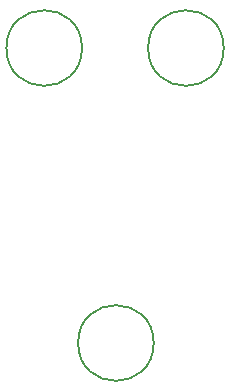
<source format=gbr>
%TF.GenerationSoftware,KiCad,Pcbnew,9.0.0*%
%TF.CreationDate,2025-02-26T19:49:16+08:00*%
%TF.ProjectId,keyboard,6b657962-6f61-4726-942e-6b696361645f,rev?*%
%TF.SameCoordinates,Original*%
%TF.FileFunction,Other,Comment*%
%FSLAX46Y46*%
G04 Gerber Fmt 4.6, Leading zero omitted, Abs format (unit mm)*
G04 Created by KiCad (PCBNEW 9.0.0) date 2025-02-26 19:49:16*
%MOMM*%
%LPD*%
G01*
G04 APERTURE LIST*
%ADD10C,0.150000*%
G04 APERTURE END LIST*
D10*
%TO.C,H2*%
X184400000Y-33800000D02*
G75*
G02*
X178000000Y-33800000I-3200000J0D01*
G01*
X178000000Y-33800000D02*
G75*
G02*
X184400000Y-33800000I3200000J0D01*
G01*
%TO.C,H1*%
X172400000Y-33800000D02*
G75*
G02*
X166000000Y-33800000I-3200000J0D01*
G01*
X166000000Y-33800000D02*
G75*
G02*
X172400000Y-33800000I3200000J0D01*
G01*
%TO.C,H3*%
X178475000Y-58775000D02*
G75*
G02*
X172075000Y-58775000I-3200000J0D01*
G01*
X172075000Y-58775000D02*
G75*
G02*
X178475000Y-58775000I3200000J0D01*
G01*
%TD*%
M02*

</source>
